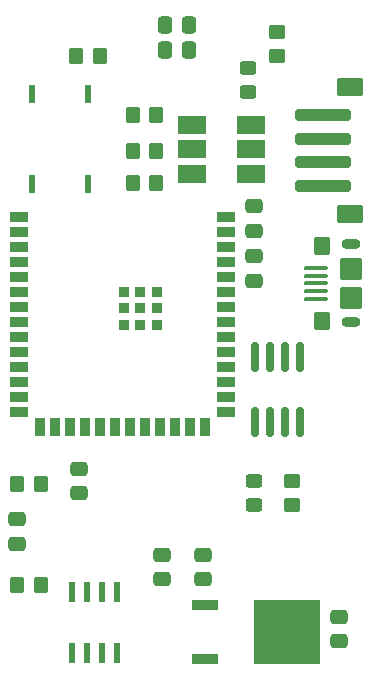
<source format=gbp>
%TF.GenerationSoftware,KiCad,Pcbnew,8.0.3-8.0.3-0~ubuntu22.04.1*%
%TF.CreationDate,2024-06-26T16:43:44-04:00*%
%TF.ProjectId,drive_27A,64726976-655f-4323-9741-2e6b69636164,rev?*%
%TF.SameCoordinates,Original*%
%TF.FileFunction,Paste,Bot*%
%TF.FilePolarity,Positive*%
%FSLAX46Y46*%
G04 Gerber Fmt 4.6, Leading zero omitted, Abs format (unit mm)*
G04 Created by KiCad (PCBNEW 8.0.3-8.0.3-0~ubuntu22.04.1) date 2024-06-26 16:43:44*
%MOMM*%
%LPD*%
G01*
G04 APERTURE LIST*
G04 Aperture macros list*
%AMRoundRect*
0 Rectangle with rounded corners*
0 $1 Rounding radius*
0 $2 $3 $4 $5 $6 $7 $8 $9 X,Y pos of 4 corners*
0 Add a 4 corners polygon primitive as box body*
4,1,4,$2,$3,$4,$5,$6,$7,$8,$9,$2,$3,0*
0 Add four circle primitives for the rounded corners*
1,1,$1+$1,$2,$3*
1,1,$1+$1,$4,$5*
1,1,$1+$1,$6,$7*
1,1,$1+$1,$8,$9*
0 Add four rect primitives between the rounded corners*
20,1,$1+$1,$2,$3,$4,$5,0*
20,1,$1+$1,$4,$5,$6,$7,0*
20,1,$1+$1,$6,$7,$8,$9,0*
20,1,$1+$1,$8,$9,$2,$3,0*%
G04 Aperture macros list end*
%ADD10R,2.454600X1.549400*%
%ADD11R,2.454600X1.524700*%
%ADD12RoundRect,0.250000X-0.450000X0.350000X-0.450000X-0.350000X0.450000X-0.350000X0.450000X0.350000X0*%
%ADD13RoundRect,0.250000X0.475000X-0.337500X0.475000X0.337500X-0.475000X0.337500X-0.475000X-0.337500X0*%
%ADD14RoundRect,0.250000X0.350000X0.450000X-0.350000X0.450000X-0.350000X-0.450000X0.350000X-0.450000X0*%
%ADD15RoundRect,0.250000X-0.475000X0.337500X-0.475000X-0.337500X0.475000X-0.337500X0.475000X0.337500X0*%
%ADD16RoundRect,0.250000X0.337500X0.475000X-0.337500X0.475000X-0.337500X-0.475000X0.337500X-0.475000X0*%
%ADD17RoundRect,0.041300X-0.253700X0.833700X-0.253700X-0.833700X0.253700X-0.833700X0.253700X0.833700X0*%
%ADD18RoundRect,0.250000X-0.337500X-0.475000X0.337500X-0.475000X0.337500X0.475000X-0.337500X0.475000X0*%
%ADD19R,0.900000X0.900000*%
%ADD20R,1.500000X0.900000*%
%ADD21R,0.900000X1.500000*%
%ADD22RoundRect,0.250000X-0.350000X-0.450000X0.350000X-0.450000X0.350000X0.450000X-0.350000X0.450000X0*%
%ADD23RoundRect,0.250000X0.450000X-0.325000X0.450000X0.325000X-0.450000X0.325000X-0.450000X-0.325000X0*%
%ADD24R,2.184400X0.889000*%
%ADD25R,5.613400X5.511800*%
%ADD26RoundRect,0.250000X0.875000X-0.550000X0.875000X0.550000X-0.875000X0.550000X-0.875000X-0.550000X0*%
%ADD27RoundRect,0.250000X2.125000X-0.250000X2.125000X0.250000X-2.125000X0.250000X-2.125000X-0.250000X0*%
%ADD28RoundRect,0.150000X-0.150000X1.100000X-0.150000X-1.100000X0.150000X-1.100000X0.150000X1.100000X0*%
%ADD29R,0.609600X1.511300*%
%ADD30RoundRect,0.100000X-0.900000X0.100000X-0.900000X-0.100000X0.900000X-0.100000X0.900000X0.100000X0*%
%ADD31O,1.600000X0.900000*%
%ADD32RoundRect,0.250000X-0.450000X0.550000X-0.450000X-0.550000X0.450000X-0.550000X0.450000X0.550000X0*%
%ADD33RoundRect,0.250000X-0.700000X0.700000X-0.700000X-0.700000X0.700000X-0.700000X0.700000X0.700000X0*%
G04 APERTURE END LIST*
D10*
%TO.C,D3*%
X31750600Y-29500000D03*
D11*
X31750600Y-27412352D03*
D10*
X31750600Y-25300001D03*
X36796000Y-25300004D03*
X36796000Y-27400002D03*
X36796000Y-29500003D03*
%TD*%
D12*
%TO.C,R1*%
X39000000Y-17500000D03*
X39000000Y-19500000D03*
%TD*%
D13*
%TO.C,C18*%
X37000000Y-34287500D03*
X37000000Y-32212500D03*
%TD*%
D14*
%TO.C,R5*%
X28750000Y-27500000D03*
X26750000Y-27500000D03*
%TD*%
D15*
%TO.C,C3*%
X32750000Y-61712500D03*
X32750000Y-63787500D03*
%TD*%
D16*
%TO.C,C1*%
X31537500Y-19000000D03*
X29462500Y-19000000D03*
%TD*%
D17*
%TO.C,U2*%
X21595000Y-64915000D03*
X22865000Y-64915000D03*
X24135000Y-64915000D03*
X25405000Y-64915000D03*
X25405000Y-70085000D03*
X24135000Y-70085000D03*
X22865000Y-70085000D03*
X21595000Y-70085000D03*
%TD*%
D15*
%TO.C,C20*%
X17000000Y-58712500D03*
X17000000Y-60787500D03*
%TD*%
D18*
%TO.C,C19*%
X29462500Y-16879600D03*
X31537500Y-16879600D03*
%TD*%
D19*
%TO.C,U6*%
X28800000Y-42250000D03*
X28800000Y-40850000D03*
X28800000Y-39450000D03*
X27400000Y-42250000D03*
X27400000Y-40850000D03*
X27400000Y-39450000D03*
X26000000Y-42250000D03*
X26000000Y-40850000D03*
X26000000Y-39450000D03*
D20*
X34650000Y-33130000D03*
X34650000Y-34400000D03*
X34650000Y-35670000D03*
X34650000Y-36940000D03*
X34650000Y-38210000D03*
X34650000Y-39480000D03*
X34650000Y-40750000D03*
X34650000Y-42020000D03*
X34650000Y-43290000D03*
X34650000Y-44560000D03*
X34650000Y-45830000D03*
X34650000Y-47100000D03*
X34650000Y-48370000D03*
X34650000Y-49640000D03*
D21*
X32885000Y-50890000D03*
X31615000Y-50890000D03*
X30345000Y-50890000D03*
X29075000Y-50890000D03*
X27805000Y-50890000D03*
X26535000Y-50890000D03*
X25265000Y-50890000D03*
X23995000Y-50890000D03*
X22725000Y-50890000D03*
X21455000Y-50890000D03*
X20185000Y-50890000D03*
X18915000Y-50890000D03*
D20*
X17150000Y-49640000D03*
X17150000Y-48370000D03*
X17150000Y-47100000D03*
X17150000Y-45830000D03*
X17150000Y-44560000D03*
X17150000Y-43290000D03*
X17150000Y-42020000D03*
X17150000Y-40750000D03*
X17150000Y-39480000D03*
X17150000Y-38210000D03*
X17150000Y-36940000D03*
X17150000Y-35670000D03*
X17150000Y-34400000D03*
X17150000Y-33130000D03*
%TD*%
D22*
%TO.C,R3*%
X17000000Y-64250000D03*
X19000000Y-64250000D03*
%TD*%
D23*
%TO.C,D1*%
X36500000Y-22525000D03*
X36500000Y-20475000D03*
%TD*%
D13*
%TO.C,C2*%
X22250000Y-56537500D03*
X22250000Y-54462500D03*
%TD*%
D24*
%TO.C,U3*%
X32906600Y-70572000D03*
D25*
X39828100Y-68286000D03*
D24*
X32906600Y-66000000D03*
%TD*%
D14*
%TO.C,R6*%
X28750000Y-30250000D03*
X26750000Y-30250000D03*
%TD*%
D15*
%TO.C,C5*%
X44250000Y-66962500D03*
X44250000Y-69037500D03*
%TD*%
D14*
%TO.C,R14*%
X28750000Y-24500000D03*
X26750000Y-24500000D03*
%TD*%
D26*
%TO.C,J9*%
X45125000Y-32900000D03*
X45125000Y-22100000D03*
D27*
X42875000Y-30500000D03*
X42875000Y-28500000D03*
X42875000Y-26500000D03*
X42875000Y-24500000D03*
%TD*%
D28*
%TO.C,U1*%
X37095000Y-45000000D03*
X38365000Y-45000000D03*
X39635000Y-45000000D03*
X40905000Y-45000000D03*
X40905000Y-50500000D03*
X39635000Y-50500000D03*
X38365000Y-50500000D03*
X37095000Y-50500000D03*
%TD*%
D29*
%TO.C,SW2*%
X23000000Y-22696350D03*
X23000000Y-30303650D03*
%TD*%
D15*
%TO.C,C4*%
X29250000Y-61712500D03*
X29250000Y-63787500D03*
%TD*%
D14*
%TO.C,R4*%
X19000000Y-55750000D03*
X17000000Y-55750000D03*
%TD*%
D13*
%TO.C,C17*%
X37000000Y-38537500D03*
X37000000Y-36462500D03*
%TD*%
D12*
%TO.C,R2*%
X40250000Y-55500000D03*
X40250000Y-57500000D03*
%TD*%
D29*
%TO.C,SW1*%
X18250000Y-22696350D03*
X18250000Y-30303650D03*
%TD*%
D30*
%TO.C,J1*%
X42250000Y-37450000D03*
X42250000Y-38100000D03*
X42250000Y-38750000D03*
X42250000Y-39400000D03*
X42250000Y-40050000D03*
D31*
X45250000Y-35450000D03*
D32*
X42800000Y-35550000D03*
D33*
X45250000Y-37550000D03*
X45250000Y-39950000D03*
D32*
X42800000Y-41950000D03*
D31*
X45250000Y-42050000D03*
%TD*%
D23*
%TO.C,D2*%
X37000000Y-57525000D03*
X37000000Y-55475000D03*
%TD*%
D14*
%TO.C,R13*%
X24000000Y-19500000D03*
X22000000Y-19500000D03*
%TD*%
M02*

</source>
